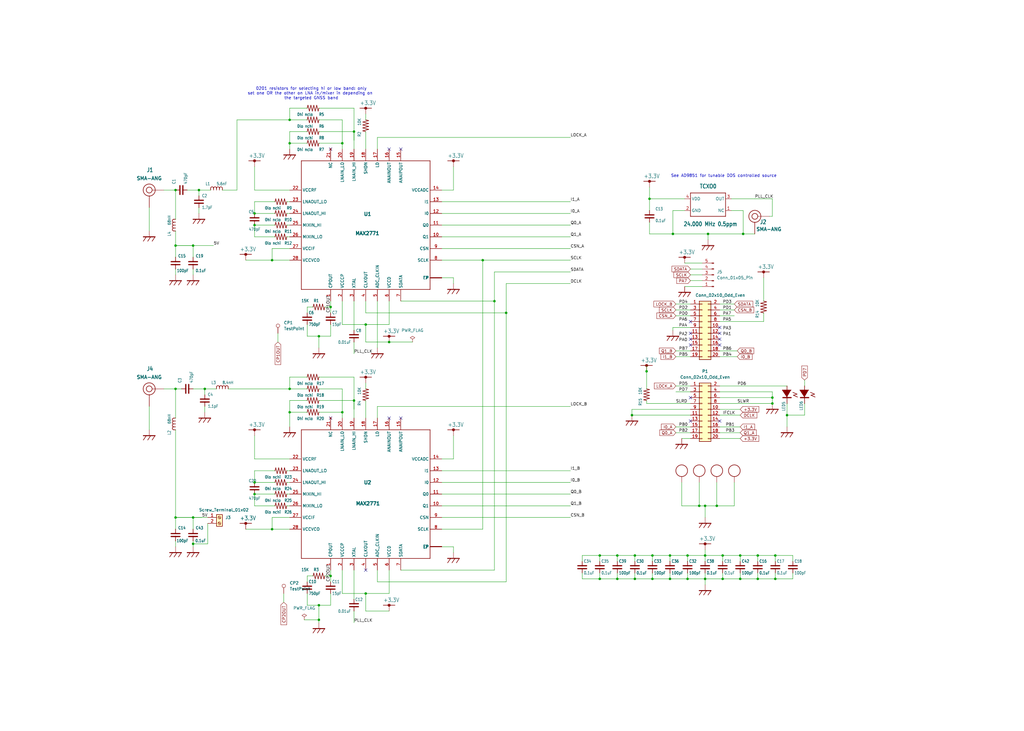
<source format=kicad_sch>
(kicad_sch (version 20250114) (generator "eeschema") (generator_version "9.0")
  (paper "User" 444.5 317.5)
  (text "0201 resistors for selecting hi or low band: only\nset one OR the other on LNA in/mixer in depending on \nthe targeted GNSS band" (at 135.128 40.64 0) (effects (font (size 1.27 1.27))))
  (text "See AD9851 for tunable DDS controlled source" (at 314.198 76.454 0) (effects (font (size 1.27 1.27))))
  (junction (at 86.36 82.55))
  (junction (at 341.63 180.34))
  (junction (at 336.55 241.3))
  (junction (at 275.59 251.46))
  (junction (at 260.35 251.46))
  (junction (at 322.58 101.6))
  (junction (at 110.49 214.63))
  (junction (at 153.67 57.15))
  (junction (at 313.69 241.3))
  (junction (at 88.9 168.91))
  (junction (at 148.59 179.07))
  (junction (at 303.53 219.71))
  (junction (at 307.34 101.6))
  (junction (at 110.49 92.71))
  (junction (at 298.45 241.3))
  (junction (at 313.69 251.46))
  (junction (at 336.55 251.46))
  (junction (at 321.31 241.3))
  (junction (at 83.82 236.22))
  (junction (at 138.43 146.05))
  (junction (at 83.82 224.79))
  (junction (at 214.63 130.81))
  (junction (at 143.51 250.19))
  (junction (at 110.49 97.79))
  (junction (at 209.55 113.03))
  (junction (at 290.83 241.3))
  (junction (at 281.94 86.36))
  (junction (at 306.07 219.71))
  (junction (at 143.51 133.35))
  (junction (at 267.97 241.3))
  (junction (at 110.49 209.55))
  (junction (at 335.28 172.72))
  (junction (at 76.2 224.79))
  (junction (at 298.45 251.46))
  (junction (at 125.73 52.07))
  (junction (at 118.11 229.87))
  (junction (at 138.43 262.89))
  (junction (at 125.73 62.23))
  (junction (at 321.31 251.46))
  (junction (at 138.43 269.24))
  (junction (at 290.83 251.46))
  (junction (at 76.2 168.91))
  (junction (at 76.2 106.68))
  (junction (at 267.97 251.46))
  (junction (at 168.91 148.59))
  (junction (at 306.07 241.3))
  (junction (at 260.35 241.3))
  (junction (at 306.07 251.46))
  (junction (at 148.59 62.23))
  (junction (at 83.82 106.68))
  (junction (at 292.1 101.6))
  (junction (at 280.67 161.29))
  (junction (at 283.21 251.46))
  (junction (at 274.32 180.34))
  (junction (at 283.21 241.3))
  (junction (at 158.75 257.81))
  (junction (at 219.71 135.89))
  (junction (at 118.11 113.03))
  (junction (at 125.73 168.91))
  (junction (at 158.75 140.97))
  (junction (at 76.2 82.55))
  (junction (at 328.93 241.3))
  (junction (at 335.28 175.26))
  (junction (at 275.59 241.3))
  (junction (at 311.15 219.71))
  (junction (at 328.93 251.46))
  (junction (at 153.67 173.99))
  (junction (at 125.73 179.07))
  (no_connect (at 299.72 144.78))
  (no_connect (at 173.99 64.77))
  (no_connect (at 299.72 139.7))
  (no_connect (at 299.72 182.88))
  (no_connect (at 312.42 147.32))
  (no_connect (at 299.72 172.72))
  (no_connect (at 312.42 149.86))
  (no_connect (at 158.75 247.65))
  (no_connect (at 299.72 149.86))
  (no_connect (at 143.51 181.61))
  (no_connect (at 312.42 144.78))
  (no_connect (at 168.91 181.61))
  (no_connect (at 312.42 142.24))
  (no_connect (at 312.42 182.88))
  (no_connect (at 173.99 181.61))
  (no_connect (at 168.91 64.77))
  (no_connect (at 143.51 64.77))
  (no_connect (at 299.72 147.32))
  (wire (pts (xy 76.2 224.79) (xy 83.82 224.79)))
  (wire (pts (xy 283.21 241.3) (xy 283.21 243.84)) (stroke (width 0.1524)))
  (wire (pts (xy 153.67 163.83) (xy 153.67 173.99)) (stroke (width 0.1524)))
  (wire (pts (xy 138.43 146.05) (xy 143.51 146.05)) (stroke (width 0.1524)))
  (wire (pts (xy 83.82 224.79) (xy 90.17 224.79)) (stroke (width 0.1524)))
  (wire (pts (xy 295.91 219.71) (xy 295.91 209.55)) (stroke (width 0.1524)))
  (wire (pts (xy 135.89 250.19) (xy 133.35 250.19)) (stroke (width 0.1524)))
  (wire (pts (xy 76.2 234.95) (xy 76.2 237.49)) (stroke (width 0.1524)))
  (wire (pts (xy 64.77 176.53) (xy 64.77 186.69)) (stroke (width 0.1524)))
  (wire (pts (xy 88.9 176.53) (xy 88.9 179.07)) (stroke (width 0.1524)))
  (wire (pts (xy 334.01 93.98) (xy 335.28 93.98)))
  (wire (pts (xy 153.67 265.43) (xy 153.67 270.51)) (stroke (width 0.1524)))
  (wire (pts (xy 336.55 251.46) (xy 344.17 251.46)) (stroke (width 0.1524)))
  (wire (pts (xy 191.77 237.49) (xy 196.85 237.49)) (stroke (width 0.1524)))
  (wire (pts (xy 76.2 100.33) (xy 76.2 106.68)))
  (wire (pts (xy 143.51 130.81) (xy 143.51 133.35)) (stroke (width 0.1524)))
  (wire (pts (xy 344.17 241.3) (xy 344.17 243.84)) (stroke (width 0.1524)))
  (wire (pts (xy 83.82 168.91) (xy 88.9 168.91)) (stroke (width 0.1524)))
  (wire (pts (xy 133.35 250.19) (xy 133.35 252.73)) (stroke (width 0.1524)))
  (wire (pts (xy 306.07 251.46) (xy 298.45 251.46)) (stroke (width 0.1524)))
  (wire (pts (xy 267.97 248.92) (xy 267.97 251.46)) (stroke (width 0.1524)))
  (wire (pts (xy 143.51 247.65) (xy 143.51 250.19)) (stroke (width 0.1524)))
  (wire (pts (xy 312.42 132.08) (xy 318.77 132.08)))
  (wire (pts (xy 306.07 219.71) (xy 311.15 219.71)) (stroke (width 0.1524)))
  (wire (pts (xy 219.71 135.89) (xy 219.71 123.19)) (stroke (width 0.1524)))
  (wire (pts (xy 140.97 250.19) (xy 143.51 250.19)) (stroke (width 0.1524)))
  (wire (pts (xy 158.75 148.59) (xy 168.91 148.59)) (stroke (width 0.1524)))
  (wire (pts (xy 158.75 140.97) (xy 158.75 148.59)) (stroke (width 0.1524)))
  (wire (pts (xy 267.97 243.84) (xy 267.97 241.3)) (stroke (width 0.1524)))
  (wire (pts (xy 307.34 101.6) (xy 322.58 101.6)) (stroke (width 0.1524)))
  (wire (pts (xy 312.42 180.34) (xy 321.31 180.34)))
  (wire (pts (xy 119.38 97.79) (xy 110.49 97.79)) (stroke (width 0.1524)))
  (wire (pts (xy 260.35 241.3) (xy 267.97 241.3)) (stroke (width 0.1524)))
  (wire (pts (xy 328.93 241.3) (xy 336.55 241.3)) (stroke (width 0.1524)))
  (wire (pts (xy 119.38 92.71) (xy 110.49 92.71)) (stroke (width 0.1524)))
  (wire (pts (xy 153.67 148.59) (xy 153.67 153.67)) (stroke (width 0.1524)))
  (wire (pts (xy 191.77 219.71) (xy 247.65 219.71)) (stroke (width 0.1524)))
  (wire (pts (xy 328.93 251.46) (xy 336.55 251.46)) (stroke (width 0.1524)))
  (wire (pts (xy 331.47 130.81) (xy 331.47 120.65)) (stroke (width 0.1524)))
  (wire (pts (xy 283.21 241.3) (xy 290.83 241.3)) (stroke (width 0.1524)))
  (wire (pts (xy 260.35 251.46) (xy 252.73 251.46)) (stroke (width 0.1524)))
  (wire (pts (xy 335.28 172.72) (xy 335.28 175.26)))
  (wire (pts (xy 76.2 106.68) (xy 83.82 106.68)) (stroke (width 0.1524)))
  (wire (pts (xy 138.43 173.99) (xy 153.67 173.99)))
  (wire (pts (xy 102.87 82.55) (xy 102.87 52.07)) (stroke (width 0.1524)))
  (wire (pts (xy 125.73 229.87) (xy 118.11 229.87)) (stroke (width 0.1524)))
  (wire (pts (xy 341.63 180.34) (xy 341.63 185.42)) (stroke (width 0.1524)))
  (wire (pts (xy 306.07 251.46) (xy 313.69 251.46)) (stroke (width 0.1524)))
  (wire (pts (xy 125.73 168.91) (xy 99.06 168.91)) (stroke (width 0.1524)))
  (wire (pts (xy 292.1 101.6) (xy 281.94 101.6)) (stroke (width 0.1524)))
  (wire (pts (xy 313.69 241.3) (xy 321.31 241.3)) (stroke (width 0.1524)))
  (wire (pts (xy 191.77 113.03) (xy 209.55 113.03)) (stroke (width 0.1524)))
  (wire (pts (xy 148.59 168.91) (xy 148.59 179.07)) (stroke (width 0.1524)))
  (wire (pts (xy 321.31 251.46) (xy 328.93 251.46)) (stroke (width 0.1524)))
  (wire (pts (xy 106.68 229.87) (xy 118.11 229.87)) (stroke (width 0.1524)))
  (wire (pts (xy 290.83 241.3) (xy 298.45 241.3)) (stroke (width 0.1524)))
  (wire (pts (xy 148.59 247.65) (xy 148.59 257.81)) (stroke (width 0.1524)))
  (wire (pts (xy 143.51 133.35) (xy 143.51 135.89)) (stroke (width 0.1524)))
  (wire (pts (xy 125.73 62.23) (xy 125.73 64.77)))
  (wire (pts (xy 168.91 257.81) (xy 158.75 257.81)) (stroke (width 0.1524)))
  (wire (pts (xy 312.42 190.5) (xy 321.31 190.5)))
  (wire (pts (xy 349.25 175.26) (xy 349.25 180.34)) (stroke (width 0.1524)))
  (wire (pts (xy 125.73 46.99) (xy 133.35 46.99)) (stroke (width 0.1524)))
  (wire (pts (xy 191.77 224.79) (xy 247.65 224.79)) (stroke (width 0.1524)))
  (wire (pts (xy 328.93 241.3) (xy 328.93 243.84)) (stroke (width 0.1524)))
  (wire (pts (xy 312.42 177.8) (xy 321.31 177.8)))
  (wire (pts (xy 321.31 251.46) (xy 321.31 248.92)) (stroke (width 0.1524)))
  (wire (pts (xy 297.18 114.3) (xy 304.8 114.3)))
  (wire (pts (xy 118.11 224.79) (xy 118.11 229.87)) (stroke (width 0.1524)))
  (wire (pts (xy 298.45 243.84) (xy 298.45 241.3)) (stroke (width 0.1524)))
  (wire (pts (xy 191.77 102.87) (xy 247.65 102.87)) (stroke (width 0.1524)))
  (wire (pts (xy 138.43 57.15) (xy 153.67 57.15)))
  (wire (pts (xy 124.46 102.87) (xy 125.73 102.87)) (stroke (width 0.1524)))
  (wire (pts (xy 191.77 199.39) (xy 196.85 199.39)) (stroke (width 0.1524)))
  (wire (pts (xy 76.2 168.91) (xy 76.2 181.61)) (stroke (width 0.1524)))
  (wire (pts (xy 293.37 185.42) (xy 299.72 185.42)))
  (wire (pts (xy 86.36 82.55) (xy 91.44 82.55)) (stroke (width 0.1524)))
  (wire (pts (xy 297.18 86.36) (xy 281.94 86.36)) (stroke (width 0.1524)))
  (wire (pts (xy 158.75 173.99) (xy 158.75 181.61)) (stroke (width 0.1524)))
  (wire (pts (xy 299.72 121.92) (xy 304.8 121.92)))
  (wire (pts (xy 173.99 247.65) (xy 214.63 247.65)) (stroke (width 0.1524)))
  (wire (pts (xy 312.42 172.72) (xy 335.28 172.72)))
  (wire (pts (xy 292.1 142.24) (xy 292.1 143.51)))
  (wire (pts (xy 311.15 219.71) (xy 318.77 219.71)) (stroke (width 0.1524)))
  (wire (pts (xy 158.75 130.81) (xy 158.75 135.89)) (stroke (width 0.1524)))
  (wire (pts (xy 125.73 199.39) (xy 110.49 199.39)) (stroke (width 0.1524)))
  (wire (pts (xy 275.59 241.3) (xy 275.59 243.84)) (stroke (width 0.1524)))
  (wire (pts (xy 293.37 167.64) (xy 299.72 167.64)))
  (wire (pts (xy 140.97 133.35) (xy 143.51 133.35)) (stroke (width 0.1524)))
  (wire (pts (xy 158.75 140.97) (xy 148.59 140.97)) (stroke (width 0.1524)))
  (wire (pts (xy 322.58 91.44) (xy 317.5 91.44)) (stroke (width 0.1524)))
  (wire (pts (xy 148.59 179.07) (xy 148.59 181.61)) (stroke (width 0.1524)))
  (wire (pts (xy 143.51 250.19) (xy 143.51 252.73)) (stroke (width 0.1524)))
  (wire (pts (xy 191.77 87.63) (xy 247.65 87.63)) (stroke (width 0.1524)))
  (wire (pts (xy 138.43 146.05) (xy 138.43 151.13)) (stroke (width 0.1524)))
  (wire (pts (xy 173.99 130.81) (xy 214.63 130.81)) (stroke (width 0.1524)))
  (wire (pts (xy 133.35 52.07) (xy 125.73 52.07)))
  (wire (pts (xy 297.18 124.46) (xy 304.8 124.46)))
  (wire (pts (xy 106.68 113.03) (xy 118.11 113.03)) (stroke (width 0.1524)))
  (wire (pts (xy 322.58 101.6) (xy 322.58 91.44)) (stroke (width 0.1524)))
  (wire (pts (xy 196.85 199.39) (xy 196.85 189.23)) (stroke (width 0.1524)))
  (wire (pts (xy 119.38 204.47) (xy 110.49 204.47)))
  (wire (pts (xy 168.91 130.81) (xy 168.91 140.97)) (stroke (width 0.1524)))
  (wire (pts (xy 135.89 133.35) (xy 133.35 133.35)) (stroke (width 0.1524)))
  (wire (pts (xy 96.52 82.55) (xy 102.87 82.55)) (stroke (width 0.1524)))
  (wire (pts (xy 133.35 168.91) (xy 125.73 168.91)))
  (wire (pts (xy 191.77 229.87) (xy 209.55 229.87)) (stroke (width 0.1524)))
  (wire (pts (xy 153.67 173.99) (xy 153.67 181.61)) (stroke (width 0.1524)))
  (wire (pts (xy 267.97 241.3) (xy 275.59 241.3)) (stroke (width 0.1524)))
  (wire (pts (xy 148.59 62.23) (xy 148.59 64.77)) (stroke (width 0.1524)))
  (wire (pts (xy 125.73 57.15) (xy 125.73 62.23)))
  (wire (pts (xy 158.75 49.53) (xy 158.75 52.07)) (stroke (width 0.1524)))
  (wire (pts (xy 168.91 148.59) (xy 179.07 148.59)) (stroke (width 0.1524)))
  (wire (pts (xy 125.73 92.71) (xy 124.46 92.71)) (stroke (width 0.1524)))
  (wire (pts (xy 123.19 257.81) (xy 123.19 261.62)))
  (wire (pts (xy 191.77 209.55) (xy 247.65 209.55)) (stroke (width 0.1524)))
  (wire (pts (xy 125.73 163.83) (xy 125.73 168.91)) (stroke (width 0.1524)))
  (wire (pts (xy 313.69 251.46) (xy 313.69 248.92)) (stroke (width 0.1524)))
  (wire (pts (xy 312.42 137.16) (xy 318.77 137.16)))
  (wire (pts (xy 318.77 219.71) (xy 318.77 209.55)) (stroke (width 0.1524)))
  (wire (pts (xy 110.49 102.87) (xy 110.49 97.79)))
  (wire (pts (xy 138.43 262.89) (xy 138.43 269.24)) (stroke (width 0.1524)))
  (wire (pts (xy 83.82 236.22) (xy 90.17 236.22)))
  (wire (pts (xy 133.35 146.05) (xy 138.43 146.05)) (stroke (width 0.1524)))
  (wire (pts (xy 252.73 241.3) (xy 260.35 241.3)) (stroke (width 0.1524)))
  (wire (pts (xy 125.73 224.79) (xy 118.11 224.79)) (stroke (width 0.1524)))
  (wire (pts (xy 81.28 82.55) (xy 86.36 82.55)) (stroke (width 0.1524)))
  (wire (pts (xy 295.91 219.71) (xy 303.53 219.71)) (stroke (width 0.1524)))
  (wire (pts (xy 76.2 186.69) (xy 76.2 224.79)))
  (wire (pts (xy 321.31 241.3) (xy 328.93 241.3)) (stroke (width 0.1524)))
  (wire (pts (xy 138.43 262.89) (xy 143.51 262.89)) (stroke (width 0.1524)))
  (wire (pts (xy 153.67 46.99) (xy 153.67 57.15)) (stroke (width 0.1524)))
  (wire (pts (xy 306.07 241.3) (xy 313.69 241.3)) (stroke (width 0.1524)))
  (wire (pts (xy 158.75 257.81) (xy 158.75 265.43)) (stroke (width 0.1524)))
  (wire (pts (xy 191.77 82.55) (xy 196.85 82.55)) (stroke (width 0.1524)))
  (wire (pts (xy 260.35 243.84) (xy 260.35 241.3)) (stroke (width 0.1524)))
  (wire (pts (xy 214.63 130.81) (xy 214.63 247.65)) (stroke (width 0.1524)))
  (wire (pts (xy 191.77 97.79) (xy 247.65 97.79)) (stroke (width 0.1524)))
  (wire (pts (xy 125.73 179.07) (xy 133.35 179.07)))
  (wire (pts (xy 275.59 251.46) (xy 267.97 251.46)) (stroke (width 0.1524)))
  (wire (pts (xy 297.18 91.44) (xy 292.1 91.44)) (stroke (width 0.1524)))
  (wire (pts (xy 293.37 152.4) (xy 299.72 152.4)))
  (wire (pts (xy 83.82 234.95) (xy 83.82 236.22)))
  (wire (pts (xy 163.83 130.81) (xy 163.83 151.13)) (stroke (width 0.1524)))
  (wire (pts (xy 267.97 251.46) (xy 260.35 251.46)) (stroke (width 0.1524)))
  (wire (pts (xy 214.63 118.11) (xy 247.65 118.11)) (stroke (width 0.1524)))
  (wire (pts (xy 295.91 190.5) (xy 299.72 190.5)))
  (wire (pts (xy 298.45 248.92) (xy 298.45 251.46)) (stroke (width 0.1524)))
  (wire (pts (xy 83.82 224.79) (xy 87.63 224.79)))
  (wire (pts (xy 293.37 187.96) (xy 299.72 187.96)))
  (wire (pts (xy 275.59 241.3) (xy 283.21 241.3)) (stroke (width 0.1524)))
  (wire (pts (xy 306.07 238.76) (xy 306.07 241.3)) (stroke (width 0.1524)))
  (wire (pts (xy 125.73 46.99) (xy 125.73 52.07)) (stroke (width 0.1524)))
  (wire (pts (xy 158.75 166.37) (xy 158.75 168.91)) (stroke (width 0.1524)))
  (wire (pts (xy 158.75 57.15) (xy 158.75 64.77)) (stroke (width 0.1524)))
  (wire (pts (xy 349.25 180.34) (xy 341.63 180.34)) (stroke (width 0.1524)))
  (wire (pts (xy 76.2 224.79) (xy 76.2 229.87)) (stroke (width 0.1524)))
  (wire (pts (xy 102.87 52.07) (xy 125.73 52.07)) (stroke (width 0.1524)))
  (wire (pts (xy 168.91 247.65) (xy 168.91 257.81)) (stroke (width 0.1524)))
  (wire (pts (xy 209.55 229.87) (xy 209.55 113.03)) (stroke (width 0.1524)))
  (wire (pts (xy 125.73 173.99) (xy 125.73 179.07)))
  (wire (pts (xy 158.75 135.89) (xy 219.71 135.89)) (stroke (width 0.1524)))
  (wire (pts (xy 292.1 91.44) (xy 292.1 101.6)) (stroke (width 0.1524)))
  (wire (pts (xy 252.73 243.84) (xy 252.73 241.3)) (stroke (width 0.1524)))
  (wire (pts (xy 293.37 132.08) (xy 299.72 132.08)))
  (wire (pts (xy 196.85 82.55) (xy 196.85 72.39)) (stroke (width 0.1524)))
  (wire (pts (xy 83.82 116.84) (xy 83.82 119.38)))
  (wire (pts (xy 306.07 251.46) (xy 306.07 254)) (stroke (width 0.1524)))
  (wire (pts (xy 313.69 241.3) (xy 313.69 243.84)) (stroke (width 0.1524)))
  (wire (pts (xy 321.31 241.3) (xy 321.31 243.84)) (stroke (width 0.1524)))
  (wire (pts (xy 336.55 251.46) (xy 336.55 248.92)) (stroke (width 0.1524)))
  (wire (pts (xy 303.53 219.71) (xy 306.07 219.71)) (stroke (width 0.1524)))
  (wire (pts (xy 143.51 262.89) (xy 143.51 257.81)) (stroke (width 0.1524)))
  (wire (pts (xy 312.42 170.18) (xy 335.28 170.18)))
  (wire (pts (xy 274.32 177.8) (xy 274.32 180.34)))
  (wire (pts (xy 110.49 199.39) (xy 110.49 189.23)) (stroke (width 0.1524)))
  (wire (pts (xy 312.42 175.26) (xy 335.28 175.26)))
  (wire (pts (xy 153.67 130.81) (xy 153.67 143.51)) (stroke (width 0.1524)))
  (wire (pts (xy 341.63 175.26) (xy 341.63 180.34)) (stroke (width 0.1524)))
  (wire (pts (xy 125.73 113.03) (xy 118.11 113.03)) (stroke (width 0.1524)))
  (wire (pts (xy 125.73 209.55) (xy 124.46 209.55)) (stroke (width 0.1524)))
  (wire (pts (xy 118.11 107.95) (xy 118.11 113.03)) (stroke (width 0.1524)))
  (wire (pts (xy 163.83 247.65) (xy 163.83 252.73)) (stroke (width 0.1524)))
  (wire (pts (xy 71.12 82.55) (xy 76.2 82.55)) (stroke (width 0.1524)))
  (wire (pts (xy 138.43 46.99) (xy 153.67 46.99)) (stroke (width 0.1524)))
  (wire (pts (xy 153.67 173.99) (xy 153.67 177.8)))
  (wire (pts (xy 336.55 241.3) (xy 344.17 241.3)) (stroke (width 0.1524)))
  (wire (pts (xy 163.83 59.69) (xy 247.65 59.69)) (stroke (width 0.1524)))
  (wire (pts (xy 88.9 168.91) (xy 88.9 171.45)) (stroke (width 0.1524)))
  (wire (pts (xy 76.2 116.84) (xy 76.2 119.38)) (stroke (width 0.1524)))
  (wire (pts (xy 76.2 168.91) (xy 78.74 168.91)) (stroke (width 0.1524)))
  (wire (pts (xy 311.15 219.71) (xy 311.15 209.55)) (stroke (width 0.1524)))
  (wire (pts (xy 153.67 247.65) (xy 153.67 260.35)) (stroke (width 0.1524)))
  (wire (pts (xy 344.17 251.46) (xy 344.17 248.92)) (stroke (width 0.1524)))
  (wire (pts (xy 219.71 135.89) (xy 219.71 252.73)) (stroke (width 0.1524)))
  (wire (pts (xy 148.59 130.81) (xy 148.59 140.97)) (stroke (width 0.1524)))
  (wire (pts (xy 280.67 175.26) (xy 299.72 175.26)))
  (wire (pts (xy 119.38 102.87) (xy 110.49 102.87)))
  (wire (pts (xy 293.37 154.94) (xy 299.72 154.94)))
  (wire (pts (xy 191.77 92.71) (xy 247.65 92.71)) (stroke (width 0.1524)))
  (wire (pts (xy 88.9 168.91) (xy 93.98 168.91)) (stroke (width 0.1524)))
  (wire (pts (xy 163.83 252.73) (xy 219.71 252.73)) (stroke (width 0.1524)))
  (wire (pts (xy 312.42 185.42) (xy 321.31 185.42)))
  (wire (pts (xy 312.42 167.64) (xy 341.63 167.64)))
  (wire (pts (xy 196.85 120.65) (xy 196.85 123.19)) (stroke (width 0.1524)))
  (wire (pts (xy 191.77 107.95) (xy 247.65 107.95)) (stroke (width 0.1524)))
  (wire (pts (xy 148.59 62.23) (xy 138.43 62.23)) (stroke (width 0.1524)))
  (wire (pts (xy 307.34 101.6) (xy 307.34 104.14)) (stroke (width 0.1524)))
  (wire (pts (xy 280.67 161.29) (xy 280.67 158.75)) (stroke (width 0.1524)))
  (wire (pts (xy 119.38 87.63) (xy 110.49 87.63)))
  (wire (pts (xy 138.43 163.83) (xy 153.67 163.83)) (stroke (width 0.1524)))
  (wire (pts (xy 83.82 224.79) (xy 83.82 229.87)) (stroke (width 0.1524)))
  (wire (pts (xy 76.2 224.79) (xy 83.82 224.79)) (stroke (width 0.1524)))
  (wire (pts (xy 275.59 248.92) (xy 275.59 251.46)) (stroke (width 0.1524)))
  (wire (pts (xy 275.59 251.46) (xy 283.21 251.46)) (stroke (width 0.1524)))
  (wire (pts (xy 283.21 251.46) (xy 283.21 248.92)) (stroke (width 0.1524)))
  (wire (pts (xy 86.36 90.17) (xy 86.36 92.71)) (stroke (width 0.1524)))
  (wire (pts (xy 86.36 82.55) (xy 86.36 85.09)) (stroke (width 0.1524)))
  (wire (pts (xy 110.49 82.55) (xy 110.49 72.39)) (stroke (width 0.1524)))
  (wire (pts (xy 292.1 142.24) (xy 299.72 142.24)))
  (wire (pts (xy 312.42 152.4) (xy 320.04 152.4)))
  (wire (pts (xy 92.71 106.68) (xy 83.82 106.68)))
  (wire (pts (xy 299.72 116.84) (xy 304.8 116.84)))
  (wire (pts (xy 119.38 209.55) (xy 110.49 209.55)) (stroke (width 0.1524)))
  (wire (pts (xy 133.35 133.35) (xy 133.35 135.89)) (stroke (width 0.1524)))
  (wire (pts (xy 191.77 120.65) (xy 196.85 120.65)) (stroke (width 0.1524)))
  (wire (pts (xy 158.75 257.81) (xy 148.59 257.81)) (stroke (width 0.1524)))
  (wire (pts (xy 125.73 97.79) (xy 124.46 97.79)) (stroke (width 0.1524)))
  (wire (pts (xy 306.07 219.71) (xy 306.07 224.79)) (stroke (width 0.1524)))
  (wire (pts (xy 335.28 170.18) (xy 335.28 172.72)))
  (wire (pts (xy 260.35 248.92) (xy 260.35 251.46)) (stroke (width 0.1524)))
  (wire (pts (xy 191.77 204.47) (xy 247.65 204.47)) (stroke (width 0.1524)))
  (wire (pts (xy 133.35 262.89) (xy 138.43 262.89)) (stroke (width 0.1524)))
  (wire (pts (xy 328.93 251.46) (xy 328.93 248.92)) (stroke (width 0.1524)))
  (wire (pts (xy 306.07 248.92) (xy 306.07 251.46)) (stroke (width 0.1524)))
  (wire (pts (xy 125.73 214.63) (xy 124.46 214.63)) (stroke (width 0.1524)))
  (wire (pts (xy 125.73 82.55) (xy 110.49 82.55)) (stroke (width 0.1524)))
  (wire (pts (xy 138.43 168.91) (xy 148.59 168.91)) (stroke (width 0.1524)))
  (wire (pts (xy 283.21 251.46) (xy 290.83 251.46)) (stroke (width 0.1524)))
  (wire (pts (xy 306.07 241.3) (xy 306.07 243.84)) (stroke (width 0.1524)))
  (wire (pts (xy 125.73 107.95) (xy 118.11 107.95)) (stroke (width 0.1524)))
  (wire (pts (xy 125.73 62.23) (xy 133.35 62.23)))
  (wire (pts (xy 299.72 177.8) (xy 274.32 177.8)))
  (wire (pts (xy 153.67 57.15) (xy 153.67 64.77)) (stroke (width 0.1524)))
  (wire (pts (xy 119.38 219.71) (xy 110.49 219.71)))
  (wire (pts (xy 110.49 87.63) (xy 110.49 92.71)))
  (wire (pts (xy 209.55 113.03) (xy 247.65 113.03)) (stroke (width 0.1524)))
  (wire (pts (xy 110.49 204.47) (xy 110.49 209.55)))
  (wire (pts (xy 290.83 248.92) (xy 290.83 251.46)) (stroke (width 0.1524)))
  (wire (pts (xy 299.72 119.38) (xy 304.8 119.38)))
  (wire (pts (xy 292.1 101.6) (xy 307.34 101.6)) (stroke (width 0.1524)))
  (wire (pts (xy 293.37 134.62) (xy 299.72 134.62)))
  (wire (pts (xy 280.67 168.91) (xy 280.67 161.29)) (stroke (width 0.1524)))
  (wire (pts (xy 153.67 57.15) (xy 153.67 60.96)))
  (wire (pts (xy 280.67 175.26) (xy 280.67 173.99)))
  (wire (pts (xy 214.63 118.11) (xy 214.63 130.81)) (stroke (width 0.1524)))
  (wire (pts (xy 312.42 187.96) (xy 321.31 187.96)))
  (wire (pts (xy 290.83 243.84) (xy 290.83 241.3)) (stroke (width 0.1524)))
  (wire (pts (xy 327.66 86.36) (xy 335.28 86.36)))
  (wire (pts (xy 120.65 144.78) (xy 120.65 148.59)))
  (wire (pts (xy 331.47 135.89) (xy 331.47 139.7)))
  (wire (pts (xy 196.85 237.49) (xy 196.85 240.03)) (stroke (width 0.1524)))
  (wire (pts (xy 83.82 106.68) (xy 83.82 111.76)) (stroke (width 0.1524)))
  (wire (pts (xy 76.2 106.68) (xy 76.2 111.76)) (stroke (width 0.1524)))
  (wire (pts (xy 336.55 241.3) (xy 336.55 243.84)) (stroke (width 0.1524)))
  (wire (pts (xy 312.42 154.94) (xy 320.04 154.94)))
  (wire (pts (xy 303.53 219.71) (xy 303.53 209.55)) (stroke (width 0.1524)))
  (wire (pts (xy 168.91 140.97) (xy 158.75 140.97)) (stroke (width 0.1524)))
  (wire (pts (xy 298.45 241.3) (xy 306.07 241.3)) (stroke (width 0.1524)))
  (wire (pts (xy 133.35 173.99) (xy 125.73 173.99)))
  (wire (pts (xy 312.42 134.62) (xy 318.77 134.62)))
  (wire (pts (xy 281.94 81.28) (xy 281.94 86.36)) (stroke (width 0.1524)))
  (wire (pts (xy 163.83 181.61) (xy 163.83 176.53)) (stroke (width 0.1524)))
  (wire (pts (xy 132.08 269.24) (xy 138.43 269.24)))
  (wire (pts (xy 312.42 139.7) (xy 331.47 139.7)))
  (wire (pts (xy 219.71 123.19) (xy 247.65 123.19)) (stroke (width 0.1524)))
  (wire (pts (xy 119.38 214.63) (xy 110.49 214.63)) (stroke (width 0.1524)))
  (wire (pts (xy 125.73 163.83) (xy 133.35 163.83)) (stroke (width 0.1524)))
  (wire (pts (xy 349.25 165.1) (xy 349.25 167.64)) (stroke (width 0.1524)))
  (wire (pts (xy 83.82 106.68) (xy 76.2 106.68)))
  (wire (pts (xy 133.35 140.97) (xy 133.35 146.05)) (stroke (width 0.1524)))
  (wire (pts (xy 148.59 179.07) (xy 138.43 179.07)) (stroke (width 0.1524)))
  (wire (pts (xy 317.5 86.36) (xy 327.66 86.36)) (stroke (width 0.1524)))
  (wire (pts (xy 110.49 219.71) (xy 110.49 214.63)))
  (wire (pts (xy 83.82 236.22) (xy 83.82 237.49)))
  (wire (pts (xy 124.46 204.47) (xy 125.73 204.47)))
  (wire (pts (xy 322.58 101.6) (xy 327.66 101.6)) (stroke (width 0.1524)))
  (wire (pts (xy 64.77 90.17) (xy 64.77 100.33)) (stroke (width 0.1524)))
  (wire (pts (xy 163.83 176.53) (xy 247.65 176.53)) (stroke (width 0.1524)))
  (wire (pts (xy 293.37 170.18) (xy 299.72 170.18)))
  (wire (pts (xy 158.75 265.43) (xy 168.91 265.43)) (stroke (width 0.1524)))
  (wire (pts (xy 293.37 137.16) (xy 299.72 137.16)))
  (wire (pts (xy 191.77 214.63) (xy 247.65 214.63)) (stroke (width 0.1524)))
  (wire (pts (xy 133.35 257.81) (xy 133.35 262.89)) (stroke (width 0.1524)))
  (wire (pts (xy 71.12 168.91) (xy 76.2 168.91)) (stroke (width 0.1524)))
  (wire (pts (xy 281.94 86.36) (xy 281.94 91.44)) (stroke (width 0.1524)))
  (wire (pts (xy 252.73 248.92) (xy 252.73 251.46)) (stroke (width 0.1524)))
  (wire (pts (xy 143.51 146.05) (xy 143.51 140.97)) (stroke (width 0.1524)))
  (wire (pts (xy 163.83 64.77) (xy 163.83 59.69)) (stroke (width 0.1524)))
  (wire (pts (xy 124.46 87.63) (xy 125.73 87.63)))
  (wire (pts (xy 125.73 179.07) (xy 125.73 185.42)))
  (wire (pts (xy 298.45 251.46) (xy 290.83 251.46)) (stroke (width 0.1524)))
  (wire (pts (xy 90.17 236.22) (xy 90.17 227.33)))
  (wire (pts (xy 281.94 101.6) (xy 281.94 96.52)) (stroke (width 0.1524)))
  (wire (pts (xy 148.59 52.07) (xy 148.59 62.23)) (stroke (width 0.1524)))
  (wire (pts (xy 274.32 180.34) (xy 299.72 180.34)))
  (wire (pts (xy 124.46 219.71) (xy 125.73 219.71)) (stroke (width 0.1524)))
  (wire (pts (xy 133.35 57.15) (xy 125.73 57.15)))
  (wire (pts (xy 335.28 93.98) (xy 335.28 86.36)))
  (wire (pts (xy 138.43 52.07) (xy 148.59 52.07)) (stroke (width 0.1524)))
  (wire (pts (xy 76.2 82.55) (xy 76.2 95.25)) (stroke (width 0.1524)))
  (wire (pts (xy 138.43 269.24) (xy 138.43 270.51)) (stroke (width 0.1524)))
  (wire (pts (xy 313.69 251.46) (xy 321.31 251.46)) (stroke (width 0.1524)))
  (label "PA1" (at 313.69 146.05 0))
  (label "PB3" (at 314.96 187.96 0))
  (label "PA4" (at 294.64 142.24 0))
  (label "PA5" (at 313.69 139.7 0))
  (label "PA0" (at 294.64 148.59 0))
  (label "DCLK" (at 247.65 123.19 0) (effects (font (size 1.2446 1.2446))))
  (label "Q1_A" (at 247.65 102.87 0) (effects (font (size 1.2446 1.2446))))
  (label "SLRD" (at 293.37 175.26 0))
  (label "PD5" (at 294.64 167.64 0))
  (label "PD6" (at 320.04 167.64 0))
  (label "SCLK" (at 247.65 113.03 0) (effects (font (size 1.2446 1.2446))))
  (label "PLL_CLK" (at 327.66 86.36 0))
  (label "PB4" (at 313.69 154.94 0))
  (label "PD7" (at 294.64 170.18 0))
  (label "CP1OUT" (at 143.51 135.89 90))
  (label "PLL_CLK" (at 153.67 153.67 0))
  (label "Q0_B" (at 247.65 214.63 0) (effects (font (size 1.2446 1.2446))))
  (label "LOCK_B" (at 247.65 176.53 0) (effects (font (size 1.2446 1.2446))))
  (label "5V" (at 87.63 224.79 0))
  (label "CP2OUT" (at 143.51 252.73 90))
  (label "PD4" (at 294.64 132.08 0))
  (label "SDATA" (at 247.65 118.11 0) (effects (font (size 1.2446 1.2446))))
  (label "PD3" (at 313.69 132.08 0))
  (label "PB2" (at 294.64 187.96 0))
  (label "PB7" (at 294.64 152.4 0))
  (label "I0_B" (at 247.65 209.55 0) (effects (font (size 1.2446 1.2446))))
  (label "SLWR" (at 320.04 175.26 0))
  (label "PB0" (at 294.64 185.42 0))
  (label "PD2" (at 294.64 134.62 0))
  (label "Q0_A" (at 247.65 97.79 0) (effects (font (size 1.2446 1.2446))))
  (label "CSN_A" (at 247.65 107.95 0) (effects (font (size 1.2446 1.2446))))
  (label "PA3" (at 313.69 143.51 0))
  (label "CSN_B" (at 247.65 224.79 0) (effects (font (size 1.2446 1.2446))))
  (label "PB1" (at 314.96 185.42 0))
  (label "I0_A" (at 247.65 92.71 0) (effects (font (size 1.2446 1.2446))))
  (label "PLL_CLK" (at 153.67 270.51 0))
  (label "5V" (at 92.71 106.68 0))
  (label "PB5" (at 294.64 154.94 0))
  (label "LOCK_A" (at 247.65 59.69 0) (effects (font (size 1.2446 1.2446))))
  (label "I1_A" (at 247.65 87.63 0) (effects (font (size 1.2446 1.2446))))
  (label "IFCLK" (at 313.69 180.34 0))
  (label "PD0" (at 294.64 137.16 0))
  (label "I1_B" (at 247.65 204.47 0) (effects (font (size 1.2446 1.2446))))
  (label "Q1_B" (at 247.65 219.71 0) (effects (font (size 1.2446 1.2446))))
  (label "PB6" (at 313.69 152.4 0))
  (label "PA7" (at 313.69 137.16 0))
  (label "PD1" (at 313.69 134.62 0))
  (label "PA6" (at 294.64 139.7 0))
  (label "PA2" (at 294.64 146.05 0))
  (global_label "DCLK" (shape input) (at 321.31 180.34 0) (property "Intersheetrefs" "${INTERSHEET_REFS}" (effects (hide yes))))
  (global_label "I0_B" (shape input) (at 320.04 154.94 0) (property "Intersheetrefs" "${INTERSHEET_REFS}" (effects (hide yes))))
  (global_label "+3.3V" (shape input) (at 321.31 177.8 0) (property "Intersheetrefs" "${INTERSHEET_REFS}" (effects (hide yes))))
  (global_label "SDATA" (shape input) (at 318.77 132.08 0) (property "Intersheetrefs" "${INTERSHEET_REFS}" (effects (hide yes))))
  (global_label "LOCK_A" (shape input) (at 293.37 167.64 180) (property "Intersheetrefs" "${INTERSHEET_REFS}" (effects (hide yes))))
  (global_label "SCLK" (shape input) (at 293.37 134.62 180) (property "Intersheetrefs" "${INTERSHEET_REFS}" (effects (hide yes))))
  (global_label "SCLK" (shape input) (at 299.72 119.38 180) (property "Intersheetrefs" "${INTERSHEET_REFS}" (effects (hide yes))))
  (global_label "LOCK_B" (shape input) (at 293.37 132.08 180) (property "Intersheetrefs" "${INTERSHEET_REFS}" (effects (hide yes))))
  (global_label "PD7" (shape input) (at 349.25 165.1 90) (property "Intersheetrefs" "${INTERSHEET_REFS}" (effects (hide yes))))
  (global_label "Q0_B" (shape input) (at 320.04 152.4 0) (property "Intersheetrefs" "${INTERSHEET_REFS}" (effects (hide yes))))
  (global_label "CP1OUT" (shape input) (at 120.65 148.59 270) (property "Intersheetrefs" "${INTERSHEET_REFS}" (effects (hide yes))))
  (global_label "CSN_B" (shape input) (at 318.77 134.62 0) (property "Intersheetrefs" "${INTERSHEET_REFS}" (effects (hide yes))))
  (global_label "Q1_B" (shape input) (at 293.37 152.4 180) (property "Intersheetrefs" "${INTERSHEET_REFS}" (effects (hide yes))))
  (global_label "PA7" (shape input) (at 299.72 121.92 180) (property "Intersheetrefs" "${INTERSHEET_REFS}" (effects (hide yes))))
  (global_label "Q0_A" (shape input) (at 293.37 187.96 180) (property "Intersheetrefs" "${INTERSHEET_REFS}" (effects (hide yes))))
  (global_label "I1_B" (shape input) (at 293.37 154.94 180) (property "Intersheetrefs" "${INTERSHEET_REFS}" (effects (hide yes))))
  (global_label "I0_A" (shape input) (at 293.37 185.42 180) (property "Intersheetrefs" "${INTERSHEET_REFS}" (effects (hide yes))))
  (global_label "SDATA" (shape input) (at 299.72 116.84 180) (property "Intersheetrefs" "${INTERSHEET_REFS}" (effects (hide yes))))
  (global_label "Q1_A" (shape input) (at 321.31 187.96 0) (property "Intersheetrefs" "${INTERSHEET_REFS}" (effects (hide yes))))
  (global_label "CP2OUT" (shape input) (at 123.19 261.62 270) (property "Intersheetrefs" "${INTERSHEET_REFS}" (effects (hide yes))))
  (global_label "+3.3V" (shape input) (at 321.31 190.5 0) (property "Intersheetrefs" "${INTERSHEET_REFS}" (effects (hide yes))))
  (global_label "CSN_A" (shape input) (at 293.37 137.16 180) (property "Intersheetrefs" "${INTERSHEET_REFS}" (effects (hide yes))))
  (global_label "I1_A" (shape input) (at 321.31 185.42 0) (property "Intersheetrefs" "${INTERSHEET_REFS}" (effects (hide yes))))
  (symbol (lib_id "pocket_sdr_v2.3-eagle-import:R1005") (at 331.47 133.35 90) (unit 1)
    (property "Reference" "R14" (at 329.438 138.176 0) (effects (font (size 1.27 1.0795)) (justify left bottom)))
    (property "Value" "10K" (at 329.438 133.35 0) (effects (font (size 1.27 1.0795)) (justify left bottom)))
    (property "Footprint" "pocket_sdr_v2.33:C1005" (effects (hide yes)))
  )
  (symbol (lib_id "pocket_sdr_v2.3-eagle-import:C1005") (at 133.35 255.27 0) (unit 1)
    (property "Reference" "C10" (at 133.985 253.365 0) (effects (font (size 1.27 1.0795)) (justify left bottom)))
    (property "Value" "750pF" (at 133.985 258.445 0) (effects (font (size 1.27 1.0795)) (justify left bottom)))
    (property "Footprint" "pocket_sdr_v2.33:C1005" (effects (hide yes)))
  )
  (symbol (lib_id "pocket_sdr_v2.3-eagle-import:GND") (at 196.85 240.03 0) (unit 1)
    (property "Reference" "#U$041" (effects (hide yes)))
    (property "Value" "GND" (effects (hide yes)))
  )
  (symbol (lib_id "pocket_sdr_v2.3-eagle-import:R1005") (at 121.92 92.71 180) (unit 1)
    (property "Reference" "R10" (at 126.746 94.742 0) (effects (font (size 1.27 1.0795)) (justify left bottom)))
    (property "Value" "0hi nclo" (at 121.92 94.742 0) (effects (font (size 1.27 1.0795)) (justify left bottom)))
    (property "Footprint" "Resistor_SMD:R_0201_0603Metric" (effects (hide yes)))
  )
  (symbol (lib_id "pocket_sdr_v2.3-eagle-import:CPAD_2.2MM") (at 295.91 204.47 90) (unit 1)
    (property "Reference" "#PAD01" (effects (hide yes)))
    (property "Value" "CPAD_2.2MM" (effects (hide yes)))
    (property "Footprint" "pocket_sdr_v2.3:CPAD_2.2MM" (effects (hide yes)))
  )
  (symbol (lib_id "pocket_sdr_v2.3-eagle-import:C1005") (at 78.74 82.55 90) (unit 1)
    (property "Reference" "C1" (at 76.2 80.01 0) (effects (font (size 1.27 1.0795)) (justify left bottom)))
    (property "Value" "470pF" (at 81.28 80.01 0) (effects (font (size 1.27 1.0795)) (justify left bottom)))
    (property "Footprint" "pocket_sdr_v2.33:C1005" (effects (hide yes)))
  )
  (symbol (lib_id "pocket_sdr_v2.3-eagle-import:C1005") (at 143.51 255.27 0) (unit 1)
    (property "Reference" "C11" (at 144.145 253.365 0) (effects (font (size 1.27 1.0795)) (justify left bottom)))
    (property "Value" "15pF" (at 144.145 258.445 0) (effects (font (size 1.27 1.0795)) (justify left bottom)))
    (property "Footprint" "pocket_sdr_v2.33:C1005" (effects (hide yes)))
  )
  (symbol (lib_id "pocket_sdr_v2.3-eagle-import:GND") (at 125.73 185.42 0) (unit 1)
    (property "Reference" "#U$010" (effects (hide yes)))
    (property "Value" "GND" (effects (hide yes)))
  )
  (symbol (lib_id "pocket_sdr_v2.3-eagle-import:R1005") (at 135.89 46.99 180) (unit 1)
    (property "Reference" "R5" (at 140.716 49.022 0) (effects (font (size 1.27 1.0795)) (justify left bottom)))
    (property "Value" "0hi nclo" (at 135.89 49.022 0) (effects (font (size 1.27 1.0795)) (justify left bottom)))
    (property "Footprint" "Resistor_SMD:R_0201_0603Metric" (effects (hide yes)))
  )
  (symbol (lib_id "pocket_sdr_v2.3-eagle-import:R1005") (at 280.67 171.45 90) (unit 1)
    (property "Reference" "R15" (at 278.638 176.276 0) (effects (font (size 1.27 1.0795)) (justify left bottom)))
    (property "Value" "10K" (at 278.638 171.45 0) (effects (font (size 1.27 1.0795)) (justify left bottom)))
    (property "Footprint" "pocket_sdr_v2.33:C1005" (effects (hide yes)))
  )
  (symbol (lib_id "pocket_sdr_v2.3-eagle-import:+3.3V") (at 196.85 69.85 0) (unit 1)
    (property "Reference" "#U$013" (effects (hide yes)))
    (property "Value" "+3.3V" (at 194.31 68.58 0) (effects (font (size 1.778 1.5113)) (justify left bottom)))
  )
  (symbol (lib_id "Connector:TestPoint") (at 123.19 257.81 0) (unit 1)
    (property "Reference" "CP2" (at 125.73 253.2379 0) (effects (justify left)))
    (property "Value" "TestPoint" (at 125.73 255.7779 0) (effects (justify left)))
    (property "Footprint" "TestPoint:TestPoint_Pad_2.0x2.0mm" (effects (hide yes)))
    (property "Description" "test point" (effects (hide yes)))
  )
  (symbol (lib_id "pocket_sdr_v2.3-eagle-import:CPAD_2.2MM") (at 303.53 204.47 90) (unit 1)
    (property "Reference" "#PAD02" (effects (hide yes)))
    (property "Value" "CPAD_2.2MM" (effects (hide yes)))
    (property "Footprint" "pocket_sdr_v2.3:CPAD_2.2MM" (effects (hide yes)))
  )
  (symbol (lib_id "pocket_sdr_v2.3-eagle-import:+3.3V") (at 106.68 227.33 0) (unit 1)
    (property "Reference" "#U$014" (effects (hide yes)))
    (property "Value" "+3.3V" (at 104.14 226.06 0) (effects (font (size 1.778 1.5113)) (justify left bottom)))
  )
  (symbol (lib_id "pocket_sdr_v2.3-eagle-import:C1005") (at 110.49 212.09 0) (unit 1)
    (property "Reference" "C20" (at 107.95 209.55 0) (effects (font (size 1.27 1.0795)) (justify left bottom)))
    (property "Value" "470pF" (at 107.95 217.17 0) (effects (font (size 1.27 1.0795)) (justify left bottom)))
    (property "Footprint" "pocket_sdr_v2.33:C1005" (effects (hide yes)))
  )
  (symbol (lib_id "pocket_sdr_v2.3-eagle-import:GND") (at 138.43 151.13 0) (unit 1)
    (property "Reference" "#U$011" (effects (hide yes)))
    (property "Value" "GND" (effects (hide yes)))
  )
  (symbol (lib_id "pocket_sdr_v2.3-eagle-import:C1005") (at 153.67 262.89 180) (unit 1)
    (property "Reference" "C12" (at 157.48 259.715 0) (effects (font (size 1.27 1.0795)) (justify left bottom)))
    (property "Value" "0.01uF" (at 152.4 264.795 0) (effects (font (size 1.27 1.0795)) (justify left bottom)))
    (property "Footprint" "pocket_sdr_v2.33:C1005" (effects (hide yes)))
  )
  (symbol (lib_id "pocket_sdr_v2.3-eagle-import:C1005") (at 133.35 138.43 0) (unit 1)
    (property "Reference" "C6" (at 133.985 136.525 0) (effects (font (size 1.27 1.0795)) (justify left bottom)))
    (property "Value" "750pF" (at 133.985 141.605 0) (effects (font (size 1.27 1.0795)) (justify left bottom)))
    (property "Footprint" "pocket_sdr_v2.33:C1005" (effects (hide yes)))
  )
  (symbol (lib_id "pocket_sdr_v2.3-eagle-import:C1005") (at 76.2 232.41 180) (unit 1)
    (property "Reference" "C14" (at 80.645 228.6 0) (effects (font (size 1.27 1.0795)) (justify left bottom)))
    (property "Value" "100pF" (at 81.788 234.188 0) (effects (font (size 1.27 1.0795)) (justify left bottom)))
    (property "Footprint" "pocket_sdr_v2.33:C1005" (effects (hide yes)))
  )
  (symbol (lib_id "pocket_sdr_v2.3-eagle-import:GND") (at 125.73 64.77 0) (unit 1)
    (property "Reference" "#U$06" (effects (hide yes)))
    (property "Value" "GND" (effects (hide yes)))
  )
  (symbol (lib_id "pocket_sdr_v2.3-eagle-import:R1005") (at 121.92 214.63 180) (unit 1)
    (property "Reference" "R25" (at 126.746 216.662 0) (effects (font (size 1.27 1.0795)) (justify left bottom)))
    (property "Value" "0hi nclo" (at 121.92 216.662 0) (effects (font (size 1.27 1.0795)) (justify left bottom)))
    (property "Footprint" "Resistor_SMD:R_0201_0603Metric" (effects (hide yes)))
  )
  (symbol (lib_id "pocket_sdr_v2.3-eagle-import:L1608") (at 76.2 97.79 90) (unit 1)
    (property "Reference" "L4" (at 74.168 102.616 0) (effects (font (size 1.27 1.0795)) (justify left bottom)))
    (property "Value" "68nH" (at 74.168 97.79 0) (effects (font (size 1.27 1.0795)) (justify left bottom)))
    (property "Footprint" "pocket_sdr_v2.33:C1608" (effects (hide yes)))
  )
  (symbol (lib_id "pocket_sdr_v2.3-eagle-import:SMA-ANG") (at 64.77 168.91 0) (unit 1)
    (property "Reference" "J4" (at 63.5 161.29 0) (effects (font (size 1.778 1.5113) (bold yes)) (justify left bottom)))
    (property "Value" "SMA-ANG" (at 64.77 163.83 0) (effects (font (size 1.5113 1.5113) (bold yes))))
    (property "Footprint" "pocket_sdr_v2.33:SMA-ANG" (effects (hide yes)))
  )
  (symbol (lib_id "pocket_sdr_v2.3-eagle-import:C1005") (at 283.21 246.38 0) (unit 1)
    (property "Reference" "C33" (at 283.845 244.475 0) (effects (font (size 1.27 1.0795)) (justify left bottom)))
    (property "Value" "100pF" (at 283.845 249.555 0) (effects (font (size 1.27 1.0795)) (justify left bottom)))
    (property "Footprint" "pocket_sdr_v2.33:C1005" (effects (hide yes)))
  )
  (symbol (lib_id "pocket_sdr_v2.3-eagle-import:GND") (at 307.34 104.14 0) (unit 1)
    (property "Reference" "#U$07" (effects (hide yes)))
    (property "Value" "GND" (effects (hide yes)))
  )
  (symbol (lib_id "pocket_sdr_v2.3-eagle-import:C1005") (at 76.2 114.3 180) (unit 1)
    (property "Reference" "C15" (at 80.645 110.49 0) (effects (font (size 1.27 1.0795)) (justify left bottom)))
    (property "Value" "100pF" (at 81.915 116.84 0) (effects (font (size 1.27 1.0795)) (justify left bottom)))
    (property "Footprint" "pocket_sdr_v2.33:C1005" (effects (hide yes)))
  )
  (symbol (lib_id "pocket_sdr_v2.3-eagle-import:C1005") (at 298.45 246.38 0) (unit 1)
    (property "Reference" "C32" (at 299.085 244.475 0) (effects (font (size 1.27 1.0795)) (justify left bottom)))
    (property "Value" "100pF" (at 299.085 249.555 0) (effects (font (size 1.27 1.0795)) (justify left bottom)))
    (property "Footprint" "pocket_sdr_v2.33:C1005" (effects (hide yes)))
  )
  (symbol (lib_id "pocket_sdr_v2.3-eagle-import:C1005") (at 336.55 246.38 0) (unit 1)
    (property "Reference" "C17" (at 337.185 244.475 0) (effects (font (size 1.27 1.0795)) (justify left bottom)))
    (property "Value" "0.1uF" (at 337.185 249.555 0) (effects (font (size 1.27 1.0795)) (justify left bottom)))
    (property "Footprint" "pocket_sdr_v2.33:C1005" (effects (hide yes)))
  )
  (symbol (lib_id "pocket_sdr_v2.3-eagle-import:LED1608") (at 349.25 170.18 270) (unit 1)
    (property "Reference" "LED6" (at 348.488 178.308 0) (effects (font (size 1.27 1.0795)) (justify right top)))
    (property "Value" "LED1608" (effects (hide yes)))
    (property "Footprint" "pocket_sdr_v2.33:LED_1608" (effects (hide yes)))
  )
  (symbol (lib_id "pocket_sdr_v2.3-eagle-import:C1005") (at 290.83 246.38 0) (unit 1)
    (property "Reference" "C36" (at 291.465 244.475 0) (effects (font (size 1.27 1.0795)) (justify left bottom)))
    (property "Value" "100pF" (at 291.465 249.555 0) (effects (font (size 1.27 1.0795)) (justify left bottom)))
    (property "Footprint" "pocket_sdr_v2.33:C1005" (effects (hide yes)))
  )
  (symbol (lib_id "pocket_sdr_v2.3-eagle-import:+3.3V") (at 158.75 163.83 0) (unit 1)
    (property "Reference" "#U$051" (effects (hide yes)))
    (property "Value" "+3.3V" (at 156.21 162.56 0) (effects (font (size 1.778 1.5113)) (justify left bottom)))
  )
  (symbol (lib_id "pocket_sdr_v2.3-eagle-import:ttaka_power_GND") (at 335.28 175.26 0) (unit 1)
    (property "Reference" "#U$034" (effects (hide yes)))
    (property "Value" "GND" (effects (hide yes)))
  )
  (symbol (lib_id "pocket_sdr_v2.3-eagle-import:C1005") (at 281.94 93.98 0) (unit 1)
    (property "Reference" "C13" (at 284.48 91.44 0) (effects (font (size 1.27 1.0795)) (justify left bottom)))
    (property "Value" "0.1uF" (at 284.48 96.52 0) (effects (font (size 1.27 1.0795)) (justify left bottom)))
    (property "Footprint" "pocket_sdr_v2.33:C1005" (effects (hide yes)))
  )
  (symbol (lib_id "pocket_sdr_v2.3-eagle-import:C1005") (at 306.07 246.38 0) (unit 1)
    (property "Reference" "C38" (at 306.705 244.475 0) (effects (font (size 1.27 1.0795)) (justify left bottom)))
    (property "Value" "0.1uF" (at 306.705 249.555 0) (effects (font (size 1.27 1.0795)) (justify left bottom)))
    (property "Footprint" "pocket_sdr_v2.33:C1005" (effects (hide yes)))
  )
  (symbol (lib_id "pocket_sdr_v2.3-eagle-import:R1005") (at 121.92 219.71 180) (unit 1)
    (property "Reference" "R26" (at 126.746 221.742 0) (effects (font (size 1.27 1.0795)) (justify left bottom)))
    (property "Value" "0lo nchi" (at 121.92 221.742 0) (effects (font (size 1.27 1.0795)) (justify left bottom)))
    (property "Footprint" "Resistor_SMD:R_0201_0603Metric" (effects (hide yes)))
  )
  (symbol (lib_id "pocket_sdr_v2.3-eagle-import:R1005") (at 158.75 171.45 90) (unit 1)
    (property "Reference" "R4" (at 156.718 176.276 0) (effects (font (size 1.27 1.0795)) (justify left bottom)))
    (property "Value" "10K" (at 156.718 171.45 0) (effects (font (size 1.27 1.0795)) (justify left bottom)))
    (property "Footprint" "pocket_sdr_v2.33:C1005" (effects (hide yes)))
  )
  (symbol (lib_id "pocket_sdr_v2.3-eagle-import:C1005") (at 86.36 87.63 180) (unit 1)
    (property "Reference" "C2" (at 87.63 85.725 0) (effects (font (size 1.27 1.0795)) (justify right top)))
    (property "Value" "1.7pF" (at 87.63 90.805 0) (effects (font (size 1.27 1.0795)) (justify right top)))
    (property "Footprint" "pocket_sdr_v2.33:C1005" (effects (hide yes)))
  )
  (symbol (lib_id "Connector:Screw_Terminal_01x02") (at 95.25 224.79 0) (unit 1)
    (property "Reference" "J3" (at 97.79 224.7899 0) (effects (justify left)))
    (property "Value" "Screw_Terminal_01x02" (at 86.36 221.488 0) (effects (justify left)))
    (property "Footprint" "Connector_PinHeader_2.54mm:PinHeader_1x02_P2.54mm_Vertical" (effects (hide yes)))
    (property "Description" "Generic screw terminal, single row, 01x02, script generated (kicad-library-utils/schlib/autogen/connector/)" (effects (hide yes)))
  )
  (symbol (lib_id "pocket_sdr_v2.3-eagle-import:R1005") (at 135.89 52.07 180) (unit 1)
    (property "Reference" "R6" (at 140.716 54.102 0) (effects (font (size 1.27 1.0795)) (justify left bottom)))
    (property "Value" "0lo nchi" (at 135.89 54.102 0) (effects (font (size 1.27 1.0795)) (justify left bottom)))
    (property "Footprint" "Resistor_SMD:R_0201_0603Metric" (effects (hide yes)))
  )
  (symbol (lib_id "pocket_sdr_v2.3-eagle-import:R1005") (at 135.89 57.15 180) (unit 1)
    (property "Reference" "R8" (at 140.716 59.182 0) (effects (font (size 1.27 1.0795)) (justify left bottom)))
    (property "Value" "0lo nchi" (at 135.89 59.182 0) (effects (font (size 1.27 1.0795)) (justify left bottom)))
    (property "Footprint" "Resistor_SMD:R_0201_0603Metric" (effects (hide yes)))
  )
  (symbol (lib_id "pocket_sdr_v2.3-eagle-import:CPAD_2.2MM") (at 318.77 204.47 90) (unit 1)
    (property "Reference" "#PAD04" (effects (hide yes)))
    (property "Value" "CPAD_2.2MM" (effects (hide yes)))
    (property "Footprint" "pocket_sdr_v2.3:CPAD_2.2MM" (effects (hide yes)))
  )
  (symbol (lib_id "pocket_sdr_v2.3-eagle-import:TCXO") (at 307.34 88.9 0) (unit 1)
    (property "Reference" "TCXO0" (at 303.53 82.042 0) (effects (font (size 1.778 1.5113) (bold yes)) (justify left bottom)))
    (property "Value" "24.000 MHz 0.5ppm" (at 296.545 98.425 0) (effects (font (size 1.778 1.5113) (bold yes)) (justify left bottom)))
    (property "Footprint" "pocket_sdr_v2.33:TCXO" (effects (hide yes)))
  )
  (symbol (lib_id "pocket_sdr_v2.3-eagle-import:MAX2771") (at 158.75 214.63 0) (unit 1)
    (property "Reference" "U2" (at 157.734 210.566 0) (effects (font (size 1.5113 1.5113) (bold yes)) (justify left bottom)))
    (property "Value" "MAX2771" (at 154.305 219.71 0) (effects (font (size 1.5113 1.5113) (bold yes)) (justify left bottom)))
    (property "Footprint" "pocket_sdr_v2.33:TQFN28" (effects (hide yes)))
  )
  (symbol (lib_id "pocket_sdr_v2.3-eagle-import:R1005") (at 121.92 209.55 180) (unit 1)
    (property "Reference" "R24" (at 126.746 211.582 0) (effects (font (size 1.27 1.0795)) (justify left bottom)))
    (property "Value" "0hi nclo" (at 121.92 211.582 0) (effects (font (size 1.27 1.0795)) (justify left bottom)))
    (property "Footprint" "Resistor_SMD:R_0201_0603Metric" (effects (hide yes)))
  )
  (symbol (lib_id "pocket_sdr_v2.3-eagle-import:CPAD_2.2MM") (at 311.15 204.47 90) (unit 1)
    (property "Reference" "#PAD03" (effects (hide yes)))
    (property "Value" "CPAD_2.2MM" (effects (hide yes)))
    (property "Footprint" "pocket_sdr_v2.3:CPAD_2.2MM" (effects (hide yes)))
  )
  (symbol (lib_id "pocket_sdr_v2.3-eagle-import:ttaka_power_GND") (at 292.1 143.51 0) (unit 1)
    (property "Reference" "#U$028" (effects (hide yes)))
    (property "Value" "GND" (effects (hide yes)))
  )
  (symbol (lib_id "pocket_sdr_v2.3-eagle-import:R1005") (at 135.89 179.07 180) (unit 1)
    (property "Reference" "R20" (at 140.716 181.102 0) (effects (font (size 1.27 1.0795)) (justify left bottom)))
    (property "Value" "0hi nclo" (at 135.89 181.102 0) (effects (font (size 1.27 1.0795)) (justify left bottom)))
    (property "Footprint" "Resistor_SMD:R_0201_0603Metric" (effects (hide yes)))
  )
  (symbol (lib_id "pocket_sdr_v2.3-eagle-import:+3.3V") (at 110.49 69.85 0) (unit 1)
    (property "Reference" "#U$022" (effects (hide yes)))
    (property "Value" "+3.3V" (at 107.95 68.58 0) (effects (font (size 1.778 1.5113)) (justify left bottom)))
  )
  (symbol (lib_id "Connector:TestPoint") (at 120.65 144.78 0) (unit 1)
    (property "Reference" "CP1" (at 123.19 140.2079 0) (effects (justify left)))
    (property "Value" "TestPoint" (at 123.19 142.7479 0) (effects (justify left)))
    (property "Footprint" "TestPoint:TestPoint_Pad_2.0x2.0mm" (effects (hide yes)))
    (property "Description" "test point" (effects (hide yes)))
  )
  (symbol (lib_id "pocket_sdr_v2.3-eagle-import:+3.3V") (at 196.85 186.69 0) (unit 1)
    (property "Reference" "#U$037" (effects (hide yes)))
    (property "Value" "+3.3V" (at 194.31 185.42 0) (effects (font (size 1.778 1.5113)) (justify left bottom)))
  )
  (symbol (lib_id "pocket_sdr_v2.3-eagle-import:C1005") (at 88.9 173.99 0) (unit 1)
    (property "Reference" "C4" (at 90.17 172.085 0) (effects (font (size 1.27 1.0795)) (justify left bottom)))
    (property "Value" "1.1pF" (at 90.17 177.165 0) (effects (font (size 1.27 1.0795)) (justify left bottom)))
    (property "Footprint" "pocket_sdr_v2.33:C1005" (effects (hide yes)))
  )
  (symbol (lib_id "pocket_sdr_v2.3-eagle-import:ttaka_power_+3.3V") (at 331.47 118.11 0) (unit 1)
    (property "Reference" "#U$029" (effects (hide yes)))
    (property "Value" "+3.3V" (at 328.93 116.84 0) (effects (font (size 1.778 1.5113)) (justify left bottom)))
  )
  (symbol (lib_id "pocket_sdr_v2.3-eagle-import:R1005") (at 135.89 173.99 180) (unit 1)
    (property "Reference" "R19" (at 140.716 176.022 0) (effects (font (size 1.27 1.0795)) (justify left bottom)))
    (property "Value" "0lo nchi" (at 135.89 176.022 0) (effects (font (size 1.27 1.0795)) (justify left bottom)))
    (property "Footprint" "Resistor_SMD:R_0201_0603Metric" (effects (hide yes)))
  )
  (symbol (lib_id "pocket_sdr_v2.3-eagle-import:GND") (at 86.36 92.71 0) (unit 1)
    (property "Reference" "#U$015" (effects (hide yes)))
    (property "Value" "GND" (effects (hide yes)))
  )
  (symbol (lib_id "pocket_sdr_v2.3-eagle-import:LED1608") (at 341.63 170.18 270) (unit 1)
    (property "Reference" "LED5" (at 340.868 178.562 0) (effects (font (size 1.27 1.0795)) (justify right top)))
    (property "Value" "LED1608" (effects (hide yes)))
    (property "Footprint" "pocket_sdr_v2.33:LED_1608" (effects (hide yes)))
  )
  (symbol (lib_id "pocket_sdr_v2.3-eagle-import:C1005") (at 321.31 246.38 0) (unit 1)
    (property "Reference" "C42" (at 321.945 244.475 0) (effects (font (size 1.27 1.0795)) (justify left bottom)))
    (property "Value" "100pF" (at 321.945 249.555 0) (effects (font (size 1.27 1.0795)) (justify left bottom)))
    (property "Footprint" "pocket_sdr_v2.33:C1005" (effects (hide yes)))
  )
  (symbol (lib_id "pocket_sdr_v2.3-eagle-import:R1005") (at 158.75 54.61 90) (unit 1)
    (property "Reference" "R2" (at 156.718 59.436 0) (effects (font (size 1.27 1.0795)) (justify left bottom)))
    (property "Value" "10K" (at 156.718 54.61 0) (effects (font (size 1.27 1.0795)) (justify left bottom)))
    (property "Footprint" "pocket_sdr_v2.33:C1005" (effects (hide yes)))
  )
  (symbol (lib_id "pocket_sdr_v2.3-eagle-import:GND") (at 76.2 119.38 0) (unit 1)
    (property "Reference" "#U$04" (effects (hide yes)))
    (property "Value" "GND" (effects (hide yes)))
  )
  (symbol (lib_id "pocket_sdr_v2.3-eagle-import:R1005") (at 138.43 133.35 0) (unit 1)
    (property "Reference" "R1" (at 136.144 131.318 0) (effects (font (size 1.27 1.0795)) (justify left bottom)))
    (property "Value" "15K" (at 130.81 131.318 0) (effects (font (size 1.27 1.0795)) (justify left bottom)))
    (property "Footprint" "pocket_sdr_v2.33:C1005" (effects (hide yes)))
  )
  (symbol (lib_id "pocket_sdr_v2.3-eagle-import:C1005") (at 83.82 232.41 180) (unit 1)
    (property "Reference" "C43" (at 88.265 228.6 0) (effects (font (size 1.27 1.0795)) (justify left bottom)))
    (property "Value" "0.1uF" (at 89.408 234.188 0) (effects (font (size 1.27 1.0795)) (justify left bottom)))
    (property "Footprint" "pocket_sdr_v2.33:C1005" (effects (hide yes)))
  )
  (symbol (lib_id "pocket_sdr_v2.3-eagle-import:+3.3V") (at 168.91 262.89 0) (unit 1)
    (property "Reference" "#U$047" (effects (hide yes)))
    (property "Value" "+3.3V" (at 166.37 261.62 0) (effects (font (size 1.778 1.5113)) (justify left bottom)))
  )
  (symbol (lib_id "pocket_sdr_v2.3-eagle-import:ttaka_power_+3.3V") (at 297.18 111.76 0) (unit 1)
    (property "Reference" "#U$09" (effects (hide yes)))
    (property "Value" "+3.3V" (at 294.64 110.49 0) (effects (font (size 1.778 1.5113)) (justify left bottom)))
  )
  (symbol (lib_id "pocket_sdr_v2.3-eagle-import:C1005") (at 252.73 246.38 0) (unit 1)
    (property "Reference" "C34" (at 253.365 244.475 0) (effects (font (size 1.27 1.0795)) (justify left bottom)))
    (property "Value" "0.1uF" (at 253.365 249.555 0) (effects (font (size 1.27 1.0795)) (justify left bottom)))
    (property "Footprint" "pocket_sdr_v2.33:C1005" (effects (hide yes)))
  )
  (symbol (lib_id "pocket_sdr_v2.3-eagle-import:C1005") (at 328.93 246.38 0) (unit 1)
    (property "Reference" "C16" (at 329.565 244.475 0) (effects (font (size 1.27 1.0795)) (justify left bottom)))
    (property "Value" "0.1uF" (at 329.565 249.555 0) (effects (font (size 1.27 1.0795)) (justify left bottom)))
    (property "Footprint" "pocket_sdr_v2.33:C1005" (effects (hide yes)))
  )
  (symbol (lib_id "pocket_sdr_v2.3-eagle-import:L1608") (at 76.2 184.15 90) (unit 1)
    (property "Reference" "L2" (at 74.168 188.976 0) (effects (font (size 1.27 1.0795)) (justify left bottom)))
    (property "Value" "68nH" (at 74.168 184.15 0) (effects (font (size 1.27 1.0795)) (justify left bottom)))
    (property "Footprint" "pocket_sdr_v2.33:C1608" (effects (hide yes)))
  )
  (symbol (lib_id "pocket_sdr_v2.3-eagle-import:GND") (at 83.82 119.38 0) (unit 1)
    (property "Reference" "#U$05" (effects (hide yes)))
    (property "Value" "GND" (effects (hide yes)))
  )
  (symbol (lib_id "pocket_sdr_v2.3-eagle-import:SMA-ANG") (at 64.77 82.55 0) (unit 1)
    (property "Reference" "J1" (at 63.5 74.93 0) (effects (font (size 1.778 1.5113) (bold yes)) (justify left bottom)))
    (property "Value" "SMA-ANG" (at 64.77 77.47 0) (effects (font (size 1.5113 1.5113) (bold yes))))
    (property "Footprint" "pocket_sdr_v2.33:SMA-ANG" (effects (hide yes)))
  )
  (symbol (lib_id "pocket_sdr_v2.3-eagle-import:R1005") (at 135.89 163.83 180) (unit 1)
    (property "Reference" "R17" (at 140.716 165.862 0) (effects (font (size 1.27 1.0795)) (justify left bottom)))
    (property "Value" "0hi nclo" (at 135.89 165.862 0) (effects (font (size 1.27 1.0795)) (justify left bottom)))
    (property "Footprint" "Resistor_SMD:R_0201_0603Metric" (effects (hide yes)))
  )
  (symbol (lib_id "pocket_sdr_v2.3-eagle-import:L1608") (at 93.98 82.55 0) (unit 1)
    (property "Reference" "L1" (at 89.154 80.518 0) (effects (font (size 1.27 1.0795)) (justify left bottom)))
    (property "Value" "5.6nF" (at 93.98 80.518 0) (effects (font (size 1.27 1.0795)) (justify left bottom)))
    (property "Footprint" "pocket_sdr_v2.33:C1608" (effects (hide yes)))
  )
  (symbol (lib_id "pocket_sdr_v2.3-eagle-import:+3.3V") (at 110.49 186.69 0) (unit 1)
    (property "Reference" "#U$043" (effects (hide yes)))
    (property "Value" "+3.3V" (at 107.95 185.42 0) (effects (font (size 1.778 1.5113)) (justify left bottom)))
  )
  (symbol (lib_id "pocket_sdr_v2.3-eagle-import:GND") (at 64.77 100.33 0) (unit 1)
    (property "Reference" "#U$03" (effects (hide yes)))
    (property "Value" "GND" (effects (hide yes)))
  )
  (symbol (lib_id "pocket_sdr_v2.3-eagle-import:GND") (at 64.77 186.69 0) (unit 1)
    (property "Reference" "#U$056" (effects (hide yes)))
    (property "Value" "GND" (effects (hide yes)))
  )
  (symbol (lib_id "pocket_sdr_v2.3-eagle-import:C1005") (at 313.69 246.38 0) (unit 1)
    (property "Reference" "C31" (at 314.325 244.475 0) (effects (font (size 1.27 1.0795)) (justify left bottom)))
    (property "Value" "0.1uF" (at 314.325 249.555 0) (effects (font (size 1.27 1.0795)) (justify left bottom)))
    (property "Footprint" "pocket_sdr_v2.33:C1005" (effects (hide yes)))
  )
  (symbol (lib_id "pocket_sdr_v2.3-eagle-import:ttaka_power_GND") (at 306.07 224.79 0) (unit 1)
    (property "Reference" "#U$035" (effects (hide yes)))
    (property "Value" "GND" (effects (hide yes)))
  )
  (symbol (lib_id "pocket_sdr_v2.3-eagle-import:+3.3V") (at 158.75 46.99 0) (unit 1)
    (property "Reference" "#U$012" (effects (hide yes)))
    (property "Value" "+3.3V" (at 156.21 45.72 0) (effects (font (size 1.778 1.5113)) (justify left bottom)))
  )
  (symbol (lib_id "pocket_sdr_v2.3-eagle-import:C1005") (at 110.49 95.25 0) (unit 1)
    (property "Reference" "C5" (at 107.95 92.71 0) (effects (font (size 1.27 1.0795)) (justify left bottom)))
    (property "Value" "470pF" (at 107.95 100.33 0) (effects (font (size 1.27 1.0795)) (justify left bottom)))
    (property "Footprint" "pocket_sdr_v2.33:C1005" (effects (hide yes)))
  )
  (symbol (lib_id "pocket_sdr_v2.3-eagle-import:ttaka_power_GND") (at 295.91 190.5 0) (unit 1)
    (property "Reference" "#U$053" (effects (hide yes)))
    (property "Value" "GND" (effects (hide yes)))
  )
  (symbol (lib_id "pocket_sdr_v2.3-eagle-import:GND") (at 306.07 254 0) (unit 1)
    (property "Reference" "#U$031" (effects (hide yes)))
    (property "Value" "GND" (effects (hide yes)))
  )
  (symbol (lib_id "pocket_sdr_v2.3-eagle-import:C1005") (at 267.97 246.38 0) (unit 1)
    (property "Reference" "C39" (at 268.605 244.475 0) (effects (font (size 1.27 1.0795)) (justify left bottom)))
    (property "Value" "100pF" (at 268.605 249.555 0) (effects (font (size 1.27 1.0795)) (justify left bottom)))
    (property "Footprint" "pocket_sdr_v2.33:C1005" (effects (hide yes)))
  )
  (symbol (lib_id "Connector:Conn_01x05_Pin") (at 309.88 119.38 180) (unit 1)
    (property "Reference" "J5" (at 311.15 118.1099 0) (effects (justify right)))
    (property "Value" "Conn_01x05_Pin" (at 311.15 120.6499 0) (effects (justify right)))
    (property "Footprint" "Connector_PinHeader_2.54mm:PinHeader_1x05_P2.54mm_Vertical" (effects (hide yes)))
    (property "Description" "Generic connector, single row, 01x05, script generated" (effects (hide yes)))
  )
  (symbol (lib_id "pocket_sdr_v2.3-eagle-import:GND") (at 138.43 270.51 0) (unit 1)
    (property "Reference" "#U$050" (effects (hide yes)))
    (property "Value" "GND" (effects (hide yes)))
  )
  (symbol (lib_id "pocket_sdr_v2.3-eagle-import:+3.3V") (at 306.07 236.22 0) (unit 1)
    (property "Reference" "#U$032" (effects (hide yes)))
    (property "Value" "+3.3V" (at 303.53 234.95 0) (effects (font (size 1.778 1.5113)) (justify left bottom)))
  )
  (symbol (lib_id "pocket_sdr_v2.3-eagle-import:R1005") (at 135.89 168.91 180) (unit 1)
    (property "Reference" "R18" (at 140.716 170.942 0) (effects (font (size 1.27 1.0795)) (justify left bottom)))
    (property "Value" "0lo nchi" (at 135.89 170.942 0) (effects (font (size 1.27 1.0795)) (justify left bottom)))
    (property "Footprint" "Resistor_SMD:R_0201_0603Metric" (effects (hide yes)))
  )
  (symbol (lib_id "pocket_sdr_v2.3-eagle-import:R1005") (at 138.43 250.19 0) (unit 1)
    (property "Reference" "R3" (at 136.144 248.158 0) (effects (font (size 1.27 1.0795)) (justify left bottom)))
    (property "Value" "15K" (at 130.81 248.158 0) (effects (font (size 1.27 1.0795)) (justify left bottom)))
    (property "Footprint" "pocket_sdr_v2.33:C1005" (effects (hide yes)))
  )
  (symbol (lib_id "pocket_sdr_v2.3-eagle-import:L1608") (at 96.52 168.91 0) (unit 1)
    (property "Reference" "L3" (at 91.694 166.878 0) (effects (font (size 1.27 1.0795)) (justify left bottom)))
    (property "Value" "8.4nH" (at 96.52 166.878 0) (effects (font (size 1.27 1.0795)) (justify left bottom)))
    (property "Footprint" "pocket_sdr_v2.33:C1608" (effects (hide yes)))
  )
  (symbol (lib_id "pocket_sdr_v2.3-eagle-import:+3.3V") (at 106.68 110.49 0) (unit 1)
    (property "Reference" "#U$023" (effects (hide yes)))
    (property "Value" "+3.3V" (at 104.14 109.22 0) (effects (font (size 1.778 1.5113)) (justify left bottom)))
  )
  (symbol (lib_id "pocket_sdr_v2.3-eagle-import:SMA-ANG") (at 327.66 93.98 0) (unit 1)
    (property "Reference" "J2" (at 329.692 97.536 0) (effects (font (size 1.778 1.5113) (bold yes)) (justify left bottom)))
    (property "Value" "SMA-ANG" (at 333.756 99.568 0) (effects (font (size 1.5113 1.5113) (bold yes))))
    (property "Footprint" "pocket_sdr_v2.33:SMA-ANG" (effects (hide yes)))
  )
  (symbol (lib_id "Connector_Generic:Conn_02x10_Odd_Even") (at 304.8 142.24 0) (unit 1)
    (property "Reference" "P2" (effects (hide yes)))
    (property "Value" "Conn_02x10_Odd_Even" (at 312.674 128.27 0))
    (property "Footprint" "Connector_PinSocket_2.54mm:PinSocket_2x10_P2.54mm_Vertical" (effects (hide yes)))
    (property "Description" "Generic connector, double row, 02x10, odd/even pin numbering scheme (row 1 odd numbers, row 2 even numbers), script generated (kicad-library-utils/schlib/autogen/connector/)" (effects (hide yes)))
  )
  (symbol (lib_id "pocket_sdr_v2.3-eagle-import:R1005") (at 121.92 97.79 180) (unit 1)
    (property "Reference" "R11" (at 126.746 99.822 0) (effects (font (size 1.27 1.0795)) (justify left bottom)))
    (property "Value" "0hi nclo" (at 121.92 99.822 0) (effects (font (size 1.27 1.0795)) (justify left bottom)))
    (property "Footprint" "Resistor_SMD:R_0201_0603Metric" (effects (hide yes)))
  )
  (symbol (lib_id "pocket_sdr_v2.3-eagle-import:+3.3V") (at 168.91 146.05 0) (unit 1)
    (property "Reference" "#U$08" (effects (hide yes)))
    (property "Value" "+3.3V" (at 166.37 144.78 0) (effects (font (size 1.778 1.5113)) (justify left bottom)))
  )
  (symbol (lib_id "pocket_sdr_v2.3-eagle-import:ttaka_power_GND") (at 274.32 180.34 0) (unit 1)
    (property "Reference" "#U$054" (effects (hide yes)))
    (property "Value" "GND" (effects (hide yes)))
  )
  (symbol (lib_id "pocket_sdr_v2.3-eagle-import:+3.3V") (at 281.94 78.74 0) (unit 1)
    (property "Reference" "#U$01" (effects (hide yes)))
    (property "Value" "+3.3V" (at 279.4 77.47 0) (effects (font (size 1.778 1.5113)) (justify left bottom)))
  )
  (symbol (lib_id "power:PWR_FLAG") (at 179.07 148.59 0) (unit 1)
    (property "Reference" "#FLG01" (effects (hide yes)))
    (property "Value" "PWR_FLAG" (at 179.07 143.51 0))
    (property "Description" "Special symbol for telling ERC where power comes from" (effects (hide yes)))
  )
  (symbol (lib_id "pocket_sdr_v2.3-eagle-import:GND") (at 76.2 237.49 0) (unit 1)
    (property "Reference" "#U$040" (effects (hide yes)))
    (property "Value" "GND" (effects (hide yes)))
  )
  (symbol (lib_id "pocket_sdr_v2.3-eagle-import:GND") (at 163.83 151.13 0) (unit 1)
    (property "Reference" "#U$052" (effects (hide yes)))
    (property "Value" "GND" (effects (hide yes)))
  )
  (symbol (lib_id "pocket_sdr_v2.3-eagle-import:R1005") (at 121.92 204.47 180) (unit 1)
    (property "Reference" "R23" (at 126.746 206.502 0) (effects (font (size 1.27 1.0795)) (justify left bottom)))
    (property "Value" "0lo nchi" (at 121.92 206.502 0) (effects (font (size 1.27 1.0795)) (justify left bottom)))
    (property "Footprint" "Resistor_SMD:R_0201_0603Metric" (effects (hide yes)))
  )
  (symbol (lib_id "pocket_sdr_v2.3-eagle-import:MAX2771") (at 158.75 97.79 0) (unit 1)
    (property "Reference" "U1" (at 157.734 93.98 0) (effects (font (size 1.5113 1.5113) (bold yes)) (justify left bottom)))
    (property "Value" "MAX2771" (at 154.051 102.362 0) (effects (font (size 1.5113 1.5113) (bold yes)) (justify left bottom)))
    (property "Footprint" "pocket_sdr_v2.33:TQFN28" (effects (hide yes)))
  )
  (symbol (lib_id "pocket_sdr_v2.3-eagle-import:R1005") (at 135.89 62.23 180) (unit 1)
    (property "Reference" "R7" (at 140.716 64.262 0) (effects (font (size 1.27 1.0795)) (justify left bottom)))
    (property "Value" "0hi nclo" (at 135.89 64.262 0) (effects (font (size 1.27 1.0795)) (justify left bottom)))
    (property "Footprint" "Resistor_SMD:R_0201_0603Metric" (effects (hide yes)))
  )
  (symbol (lib_id "pocket_sdr_v2.3-eagle-import:C1005") (at 153.67 146.05 180) (unit 1)
    (property "Reference" "C8" (at 156.845 142.875 0) (effects (font (size 1.27 1.0795)) (justify left bottom)))
    (property "Value" "0.01uF" (at 152.4 147.955 0) (effects (font (size 1.27 1.0795)) (justify left bottom)))
    (property "Footprint" "pocket_sdr_v2.33:C1005" (effects (hide yes)))
  )
  (symbol (lib_id "pocket_sdr_v2.3-eagle-import:C1005") (at 143.51 138.43 0) (unit 1)
    (property "Reference" "C7" (at 144.145 136.525 0) (effects (font (size 1.27 1.0795)) (justify left bottom)))
    (property "Value" "15pF" (at 144.145 141.605 0) (effects (font (size 1.27 1.0795)) (justify left bottom)))
    (property "Footprint" "pocket_sdr_v2.33:C1005" (effects (hide yes)))
  )
  (symbol (lib_id "pocket_sdr_v2.3-eagle-import:C1005") (at 260.35 246.38 0) (unit 1)
    (property "Reference" "C35" (at 260.985 244.475 0) (effects (font (size 1.27 1.0795)) (justify left bottom)))
    (property "Value" "0.1uF" (at 260.985 249.555 0) (effects (font (size 1.27 1.0795)) (justify left bottom)))
    (property "Footprint" "pocket_sdr_v2.33:C1005" (effects (hide yes)))
  )
  (symbol (lib_id "pocket_sdr_v2.3-eagle-import:C1005") (at 275.59 246.38 0) (unit 1)
    (property "Reference" "C30" (at 276.225 244.475 0) (effects (font (size 1.27 1.0795)) (justify left bottom)))
    (property "Value" "0.1uF" (at 276.225 249.555 0) (effects (font (size 1.27 1.0795)) (justify left bottom)))
    (property "Footprint" "pocket_sdr_v2.33:C1005" (effects (hide yes)))
  )
  (symbol (lib_id "pocket_sdr_v2.3-eagle-import:GND") (at 88.9 179.07 0) (unit 1)
    (property "Reference" "#U$038" (effects (hide yes)))
    (property "Value" "GND" (effects (hide yes)))
  )
  (symbol (lib_id "pocket_sdr_v2.3-eagle-import:ttaka_power_+3.3V") (at 280.67 158.75 0) (unit 1)
    (property "Reference" "#U$033" (effects (hide yes)))
    (property "Value" "+3.3V" (at 278.13 157.48 0) (effects (font (size 1.778 1.5113)) (justify left bottom)))
  )
  (symbol (lib_id "pocket_sdr_v2.3-eagle-import:GND") (at 83.82 237.49 0) (unit 1)
    (property "Reference" "#U$02" (effects (hide yes)))
    (property "Value" "GND" (effects (hide yes)))
  )
  (symbol (lib_id "pocket_sdr_v2.3-eagle-import:R1005") (at 121.92 102.87 180) (unit 1)
    (property "Reference" "R12" (at 126.746 104.902 0) (effects (font (size 1.27 1.0795)) (justify left bottom)))
    (property "Value" "0lo nchi" (at 121.92 104.902 0) (effects (font (size 1.27 1.0795)) (justify left bottom)))
    (property "Footprint" "Resistor_SMD:R_0201_0603Metric" (effects (hide yes)))
  )
  (symbol (lib_id "pocket_sdr_v2.3-eagle-import:C1005") (at 81.28 168.91 90) (unit 1)
    (property "Reference" "C3" (at 78.74 166.37 0) (effects (font (size 1.27 1.0795)) (justify left bottom)))
    (property "Value" "470pF" (at 83.82 166.37 0) (effects (font (size 1.27 1.0795)) (justify left bottom)))
    (property "Footprint" "pocket_sdr_v2.33:C1005" (effects (hide yes)))
  )
  (symbol (lib_id "Connector_Generic:Conn_02x10_Odd_Even") (at 304.8 177.8 0) (unit 1)
    (property "Reference" "P1" (at 306.07 161.29 0))
    (property "Value" "Conn_02x10_Odd_Even" (at 306.07 163.83 0))
    (property "Footprint" "Connector_PinSocket_2.54mm:PinSocket_2x10_P2.54mm_Vertical" (effects (hide yes)))
    (property "Description" "Generic connector, double row, 02x10, odd/even pin numbering scheme (row 1 odd numbers, row 2 even numbers), script generated (kicad-library-utils/schlib/autogen/connector/)" (effects (hide yes)))
  )
  (symbol (lib_id "pocket_sdr_v2.3-eagle-import:C1005") (at 83.82 114.3 180) (unit 1)
    (property "Reference" "C19" (at 88.265 110.49 0) (effects (font (size 1.27 1.0795)) (justify left bottom)))
    (property "Value" "0.1uF" (at 89.535 116.84 0) (effects (font (size 1.27 1.0795)) (justify left bottom)))
    (property "Footprint" "pocket_sdr_v2.33:C1005" (effects (hide yes)))
  )
  (symbol (lib_id "power:PWR_FLAG") (at 132.08 269.24 0) (unit 1)
    (property "Reference" "#FLG02" (effects (hide yes)))
    (property "Value" "PWR_FLAG" (at 132.08 264.16 0))
    (property "Description" "Special symbol for telling ERC where power comes from" (effects (hide yes)))
  )
  (symbol (lib_id "pocket_sdr_v2.3-eagle-import:ttaka_power_GND") (at 341.63 185.42 0) (unit 1)
    (property "Reference" "#U$058" (effects (hide yes)))
    (property "Value" "GND" (effects (hide yes)))
  )
  (symbol (lib_id "pocket_sdr_v2.3-eagle-import:R1005") (at 121.92 87.63 180) (unit 1)
    (property "Reference" "R9" (at 126.746 89.662 0) (effects (font (size 1.27 1.0795)) (justify left bottom)))
    (property "Value" "0lo nchi" (at 121.92 89.662 0) (effects (font (size 1.27 1.0795)) (justify left bottom)))
    (property "Footprint" "Resistor_SMD:R_0201_0603Metric" (effects (hide yes)))
  )
  (symbol (lib_id "pocket_sdr_v2.3-eagle-import:GND") (at 297.18 124.46 0) (unit 1)
    (property "Reference" "#U$017" (effects (hide yes)))
    (property "Value" "GND" (effects (hide yes)))
  )
  (symbol (lib_id "pocket_sdr_v2.3-eagle-import:GND") (at 196.85 123.19 0) (unit 1)
    (property "Reference" "#U$016" (effects (hide yes)))
    (property "Value" "GND" (effects (hide yes)))
  )
  (symbol (lib_id "pocket_sdr_v2.3-eagle-import:C1005") (at 344.17 246.38 0) (unit 1)
    (property "Reference" "C18" (at 344.805 244.475 0) (effects (font (size 1.27 1.0795)) (justify left bottom)))
    (property "Value" "100pF" (at 344.805 249.555 0) (effects (font (size 1.27 1.0795)) (justify left bottom)))
    (property "Footprint" "pocket_sdr_v2.33:C1005" (effects (hide yes)))
  )
)
</source>
